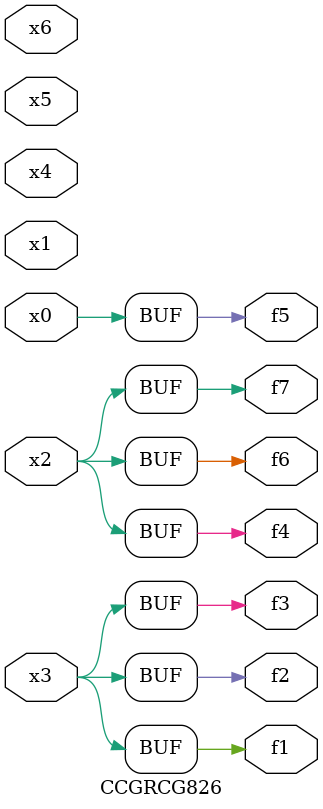
<source format=v>
module CCGRCG826(
	input x0, x1, x2, x3, x4, x5, x6,
	output f1, f2, f3, f4, f5, f6, f7
);
	assign f1 = x3;
	assign f2 = x3;
	assign f3 = x3;
	assign f4 = x2;
	assign f5 = x0;
	assign f6 = x2;
	assign f7 = x2;
endmodule

</source>
